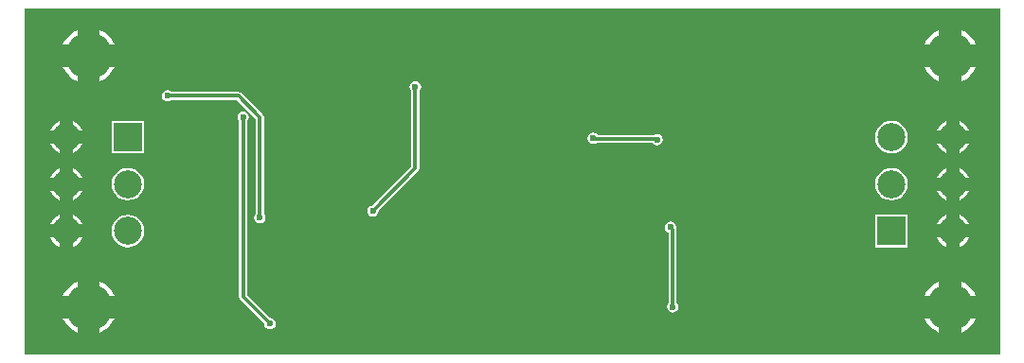
<source format=gbl>
G04*
G04 #@! TF.GenerationSoftware,Altium Limited,Altium Designer,19.1.6 (110)*
G04*
G04 Layer_Physical_Order=2*
G04 Layer_Color=16711680*
%FSLAX43Y43*%
%MOMM*%
G71*
G01*
G75*
%ADD58C,0.300*%
%ADD60C,2.500*%
%ADD61R,2.500X2.500*%
%ADD62C,4.200*%
%ADD63C,0.600*%
G36*
X137445Y50255D02*
X50255D01*
Y81245D01*
X137445Y81245D01*
Y50255D01*
D02*
G37*
%LPC*%
G36*
X134000Y79300D02*
Y78000D01*
X135300D01*
X135089Y78396D01*
X134776Y78776D01*
X134396Y79089D01*
X134000Y79300D01*
D02*
G37*
G36*
X132000D02*
X131604Y79089D01*
X131224Y78776D01*
X130911Y78396D01*
X130700Y78000D01*
X132000D01*
Y79300D01*
D02*
G37*
G36*
X57000D02*
Y78000D01*
X58300D01*
X58089Y78396D01*
X57776Y78776D01*
X57396Y79089D01*
X57000Y79300D01*
D02*
G37*
G36*
X55000D02*
X54604Y79089D01*
X54224Y78776D01*
X53911Y78396D01*
X53700Y78000D01*
X55000D01*
Y79300D01*
D02*
G37*
G36*
X135300Y76000D02*
X134000D01*
Y74700D01*
X134396Y74911D01*
X134776Y75224D01*
X135089Y75604D01*
X135300Y76000D01*
D02*
G37*
G36*
X132000D02*
X130700D01*
X130911Y75604D01*
X131224Y75224D01*
X131604Y74911D01*
X132000Y74700D01*
Y76000D01*
D02*
G37*
G36*
X58300D02*
X57000D01*
Y74700D01*
X57396Y74911D01*
X57776Y75224D01*
X58089Y75604D01*
X58300Y76000D01*
D02*
G37*
G36*
X55000D02*
X53700D01*
X53911Y75604D01*
X54224Y75224D01*
X54604Y74911D01*
X55000Y74700D01*
Y76000D01*
D02*
G37*
G36*
X54600Y71137D02*
Y70300D01*
X55437D01*
X55295Y70565D01*
X55101Y70801D01*
X54865Y70995D01*
X54600Y71137D01*
D02*
G37*
G36*
X53400Y71137D02*
X53135Y70995D01*
X52899Y70801D01*
X52705Y70565D01*
X52563Y70300D01*
X53400D01*
Y71137D01*
D02*
G37*
G36*
X133850Y71137D02*
Y70300D01*
X134687D01*
X134545Y70565D01*
X134351Y70801D01*
X134115Y70995D01*
X133850Y71137D01*
D02*
G37*
G36*
X132650Y71137D02*
X132385Y70995D01*
X132149Y70801D01*
X131955Y70565D01*
X131813Y70300D01*
X132650D01*
Y71137D01*
D02*
G37*
G36*
X101100Y70110D02*
X100905Y70071D01*
X100740Y69960D01*
X100629Y69795D01*
X100590Y69600D01*
X100629Y69405D01*
X100740Y69240D01*
X100905Y69129D01*
X101100Y69090D01*
X101295Y69129D01*
X101391Y69193D01*
X106404D01*
X106440Y69140D01*
X106605Y69029D01*
X106800Y68990D01*
X106995Y69029D01*
X107160Y69140D01*
X107271Y69305D01*
X107310Y69500D01*
X107271Y69695D01*
X107160Y69860D01*
X106995Y69971D01*
X106800Y70010D01*
X106605Y69971D01*
X106509Y69907D01*
X101496D01*
X101460Y69960D01*
X101295Y70071D01*
X101100Y70110D01*
D02*
G37*
G36*
X134687Y69100D02*
X133850D01*
Y68263D01*
X134115Y68405D01*
X134351Y68599D01*
X134545Y68835D01*
X134687Y69100D01*
D02*
G37*
G36*
X55437Y69100D02*
X54600D01*
Y68263D01*
X54865Y68405D01*
X55101Y68599D01*
X55295Y68835D01*
X55437Y69100D01*
D02*
G37*
G36*
X53400D02*
X52563D01*
X52705Y68835D01*
X52899Y68599D01*
X53135Y68405D01*
X53400Y68263D01*
Y69100D01*
D02*
G37*
G36*
X132650Y69100D02*
X131813D01*
X131955Y68835D01*
X132149Y68599D01*
X132385Y68405D01*
X132650Y68263D01*
Y69100D01*
D02*
G37*
G36*
X60950Y71150D02*
X58050D01*
Y68250D01*
X60950D01*
Y71150D01*
D02*
G37*
G36*
X127750Y71163D02*
X127371Y71113D01*
X127019Y70967D01*
X126716Y70734D01*
X126483Y70431D01*
X126337Y70079D01*
X126287Y69700D01*
X126337Y69321D01*
X126483Y68969D01*
X126716Y68666D01*
X127019Y68433D01*
X127371Y68287D01*
X127750Y68237D01*
X128129Y68287D01*
X128481Y68433D01*
X128784Y68666D01*
X129017Y68969D01*
X129163Y69321D01*
X129213Y69700D01*
X129163Y70079D01*
X129017Y70431D01*
X128784Y70734D01*
X128481Y70967D01*
X128129Y71113D01*
X127750Y71163D01*
D02*
G37*
G36*
X54600Y66937D02*
Y66100D01*
X55437D01*
X55295Y66365D01*
X55101Y66601D01*
X54865Y66795D01*
X54600Y66937D01*
D02*
G37*
G36*
X53400Y66937D02*
X53135Y66795D01*
X52899Y66601D01*
X52705Y66365D01*
X52563Y66100D01*
X53400D01*
Y66937D01*
D02*
G37*
G36*
X133850Y66937D02*
Y66100D01*
X134687D01*
X134545Y66365D01*
X134351Y66601D01*
X134115Y66795D01*
X133850Y66937D01*
D02*
G37*
G36*
X132650Y66937D02*
X132385Y66795D01*
X132149Y66601D01*
X131955Y66365D01*
X131813Y66100D01*
X132650D01*
Y66937D01*
D02*
G37*
G36*
X134687Y64900D02*
X133850D01*
Y64063D01*
X134115Y64205D01*
X134351Y64399D01*
X134545Y64635D01*
X134687Y64900D01*
D02*
G37*
G36*
X55437Y64900D02*
X54600D01*
Y64063D01*
X54865Y64205D01*
X55101Y64399D01*
X55295Y64635D01*
X55437Y64900D01*
D02*
G37*
G36*
X53400D02*
X52563D01*
X52705Y64635D01*
X52899Y64399D01*
X53135Y64205D01*
X53400Y64063D01*
Y64900D01*
D02*
G37*
G36*
X132650Y64900D02*
X131813D01*
X131955Y64635D01*
X132149Y64399D01*
X132385Y64205D01*
X132650Y64063D01*
Y64900D01*
D02*
G37*
G36*
X127750Y66963D02*
X127371Y66913D01*
X127019Y66767D01*
X126716Y66534D01*
X126483Y66231D01*
X126337Y65879D01*
X126287Y65500D01*
X126337Y65121D01*
X126483Y64769D01*
X126716Y64466D01*
X127019Y64233D01*
X127371Y64087D01*
X127750Y64037D01*
X128129Y64087D01*
X128481Y64233D01*
X128784Y64466D01*
X129017Y64769D01*
X129163Y65121D01*
X129213Y65500D01*
X129163Y65879D01*
X129017Y66231D01*
X128784Y66534D01*
X128481Y66767D01*
X128129Y66913D01*
X127750Y66963D01*
D02*
G37*
G36*
X59500D02*
X59121Y66913D01*
X58769Y66767D01*
X58466Y66534D01*
X58233Y66231D01*
X58087Y65879D01*
X58037Y65500D01*
X58087Y65121D01*
X58233Y64769D01*
X58466Y64466D01*
X58769Y64233D01*
X59121Y64087D01*
X59500Y64037D01*
X59879Y64087D01*
X60231Y64233D01*
X60534Y64466D01*
X60767Y64769D01*
X60913Y65121D01*
X60963Y65500D01*
X60913Y65879D01*
X60767Y66231D01*
X60534Y66534D01*
X60231Y66767D01*
X59879Y66913D01*
X59500Y66963D01*
D02*
G37*
G36*
X85200Y74710D02*
X85005Y74671D01*
X84840Y74560D01*
X84729Y74395D01*
X84690Y74200D01*
X84729Y74005D01*
X84840Y73840D01*
X84843Y73837D01*
Y67048D01*
X81404Y63609D01*
X81400Y63610D01*
X81205Y63571D01*
X81040Y63460D01*
X80929Y63295D01*
X80890Y63100D01*
X80929Y62905D01*
X81040Y62740D01*
X81205Y62629D01*
X81400Y62590D01*
X81595Y62629D01*
X81760Y62740D01*
X81871Y62905D01*
X81910Y63100D01*
X81909Y63104D01*
X85452Y66648D01*
X85530Y66763D01*
X85557Y66900D01*
Y73837D01*
X85560Y73840D01*
X85671Y74005D01*
X85710Y74200D01*
X85671Y74395D01*
X85560Y74560D01*
X85395Y74671D01*
X85200Y74710D01*
D02*
G37*
G36*
X63060Y73910D02*
X62865Y73871D01*
X62700Y73760D01*
X62589Y73595D01*
X62550Y73400D01*
X62589Y73205D01*
X62700Y73040D01*
X62865Y72929D01*
X63060Y72890D01*
X63255Y72929D01*
X63420Y73040D01*
X63423Y73043D01*
X69252D01*
X70943Y71352D01*
Y62863D01*
X70940Y62860D01*
X70829Y62695D01*
X70790Y62500D01*
X70829Y62305D01*
X70940Y62140D01*
X71105Y62029D01*
X71300Y61990D01*
X71495Y62029D01*
X71660Y62140D01*
X71771Y62305D01*
X71810Y62500D01*
X71771Y62695D01*
X71660Y62860D01*
X71657Y62863D01*
Y71500D01*
X71630Y71637D01*
X71552Y71752D01*
X69652Y73652D01*
X69537Y73730D01*
X69400Y73757D01*
X63423D01*
X63420Y73760D01*
X63255Y73871D01*
X63060Y73910D01*
D02*
G37*
G36*
X54600Y62737D02*
Y61900D01*
X55437D01*
X55295Y62165D01*
X55101Y62401D01*
X54865Y62595D01*
X54600Y62737D01*
D02*
G37*
G36*
X53400Y62737D02*
X53135Y62595D01*
X52899Y62401D01*
X52705Y62165D01*
X52563Y61900D01*
X53400D01*
Y62737D01*
D02*
G37*
G36*
X133850Y62737D02*
Y61900D01*
X134687D01*
X134545Y62165D01*
X134351Y62401D01*
X134115Y62595D01*
X133850Y62737D01*
D02*
G37*
G36*
X132650Y62737D02*
X132385Y62595D01*
X132149Y62401D01*
X131955Y62165D01*
X131813Y61900D01*
X132650D01*
Y62737D01*
D02*
G37*
G36*
X134687Y60700D02*
X133850D01*
Y59863D01*
X134115Y60005D01*
X134351Y60199D01*
X134545Y60435D01*
X134687Y60700D01*
D02*
G37*
G36*
X55437Y60700D02*
X54600D01*
Y59863D01*
X54865Y60005D01*
X55101Y60199D01*
X55295Y60435D01*
X55437Y60700D01*
D02*
G37*
G36*
X53400D02*
X52563D01*
X52705Y60435D01*
X52899Y60199D01*
X53135Y60005D01*
X53400Y59863D01*
Y60700D01*
D02*
G37*
G36*
X132650Y60700D02*
X131813D01*
X131955Y60435D01*
X132149Y60199D01*
X132385Y60005D01*
X132650Y59863D01*
Y60700D01*
D02*
G37*
G36*
X129200Y62750D02*
X126300D01*
Y59850D01*
X129200D01*
Y62750D01*
D02*
G37*
G36*
X59500Y62763D02*
X59121Y62713D01*
X58769Y62567D01*
X58466Y62334D01*
X58233Y62031D01*
X58087Y61679D01*
X58037Y61300D01*
X58087Y60921D01*
X58233Y60569D01*
X58466Y60266D01*
X58769Y60033D01*
X59121Y59887D01*
X59500Y59837D01*
X59879Y59887D01*
X60231Y60033D01*
X60534Y60266D01*
X60767Y60569D01*
X60913Y60921D01*
X60963Y61300D01*
X60913Y61679D01*
X60767Y62031D01*
X60534Y62334D01*
X60231Y62567D01*
X59879Y62713D01*
X59500Y62763D01*
D02*
G37*
G36*
X134000Y56800D02*
Y55500D01*
X135300D01*
X135089Y55896D01*
X134776Y56276D01*
X134396Y56589D01*
X134000Y56800D01*
D02*
G37*
G36*
X132000D02*
X131604Y56589D01*
X131224Y56276D01*
X130911Y55896D01*
X130700Y55500D01*
X132000D01*
Y56800D01*
D02*
G37*
G36*
X57000D02*
Y55500D01*
X58300D01*
X58089Y55896D01*
X57776Y56276D01*
X57396Y56589D01*
X57000Y56800D01*
D02*
G37*
G36*
X55000D02*
X54604Y56589D01*
X54224Y56276D01*
X53911Y55896D01*
X53700Y55500D01*
X55000D01*
Y56800D01*
D02*
G37*
G36*
X108000Y62160D02*
X107805Y62121D01*
X107640Y62010D01*
X107529Y61845D01*
X107490Y61650D01*
X107529Y61455D01*
X107640Y61290D01*
X107805Y61179D01*
X107843Y61171D01*
Y54863D01*
X107840Y54860D01*
X107729Y54695D01*
X107690Y54500D01*
X107729Y54305D01*
X107840Y54140D01*
X108005Y54029D01*
X108200Y53990D01*
X108395Y54029D01*
X108560Y54140D01*
X108671Y54305D01*
X108710Y54500D01*
X108671Y54695D01*
X108560Y54860D01*
X108557Y54863D01*
Y61450D01*
X108530Y61587D01*
X108505Y61624D01*
X108510Y61650D01*
X108471Y61845D01*
X108360Y62010D01*
X108195Y62121D01*
X108000Y62160D01*
D02*
G37*
G36*
X69800Y72010D02*
X69605Y71971D01*
X69440Y71860D01*
X69329Y71695D01*
X69290Y71500D01*
X69329Y71305D01*
X69440Y71140D01*
X69443Y71137D01*
Y55400D01*
X69470Y55263D01*
X69548Y55148D01*
X71691Y53004D01*
X71690Y53000D01*
X71729Y52805D01*
X71840Y52640D01*
X72005Y52529D01*
X72200Y52490D01*
X72395Y52529D01*
X72560Y52640D01*
X72671Y52805D01*
X72710Y53000D01*
X72671Y53195D01*
X72560Y53360D01*
X72395Y53471D01*
X72200Y53510D01*
X72196Y53509D01*
X70157Y55548D01*
Y71137D01*
X70160Y71140D01*
X70271Y71305D01*
X70310Y71500D01*
X70271Y71695D01*
X70160Y71860D01*
X69995Y71971D01*
X69800Y72010D01*
D02*
G37*
G36*
X135300Y53500D02*
X134000D01*
Y52200D01*
X134396Y52411D01*
X134776Y52724D01*
X135089Y53104D01*
X135300Y53500D01*
D02*
G37*
G36*
X132000D02*
X130700D01*
X130911Y53104D01*
X131224Y52724D01*
X131604Y52411D01*
X132000Y52200D01*
Y53500D01*
D02*
G37*
G36*
X58300D02*
X57000D01*
Y52200D01*
X57396Y52411D01*
X57776Y52724D01*
X58089Y53104D01*
X58300Y53500D01*
D02*
G37*
G36*
X55000D02*
X53700D01*
X53911Y53104D01*
X54224Y52724D01*
X54604Y52411D01*
X55000Y52200D01*
Y53500D01*
D02*
G37*
%LPD*%
D58*
X108200Y54500D02*
Y61450D01*
X108000Y61650D02*
X108200Y61450D01*
X106750Y69550D02*
X106800Y69500D01*
X101150Y69550D02*
X106750D01*
X101100Y69600D02*
X101150Y69550D01*
X63060Y73400D02*
X69400D01*
X71300Y71500D01*
X69800Y55400D02*
Y71500D01*
X71300Y62500D02*
Y71500D01*
X69800Y55400D02*
X72200Y53000D01*
X85200Y66900D02*
Y74200D01*
X81400Y63100D02*
X85200Y66900D01*
D60*
X54000Y65500D02*
D03*
Y61300D02*
D03*
X59500D02*
D03*
X54000Y69700D02*
D03*
X59500Y65500D02*
D03*
X133250D02*
D03*
Y69700D02*
D03*
X127750D02*
D03*
X133250Y61300D02*
D03*
X127750Y65500D02*
D03*
D61*
X59500Y69700D02*
D03*
X127750Y61300D02*
D03*
D62*
X133000Y77000D02*
D03*
Y54500D02*
D03*
X56000D02*
D03*
Y77000D02*
D03*
D63*
X75500Y65400D02*
D03*
X75600Y67000D02*
D03*
X76600D02*
D03*
X77500D02*
D03*
X76100Y66200D02*
D03*
X77100D02*
D03*
X76500Y65400D02*
D03*
X77500D02*
D03*
X108200Y54500D02*
D03*
X106800Y69500D02*
D03*
X101100Y69600D02*
D03*
X132500Y74000D02*
D03*
X136500Y77000D02*
D03*
Y80000D02*
D03*
Y51000D02*
D03*
X126600Y77000D02*
D03*
X131700Y80000D02*
D03*
X132500Y51000D02*
D03*
X127800D02*
D03*
X51900Y77200D02*
D03*
X70300Y75900D02*
D03*
X67900Y77800D02*
D03*
X64200D02*
D03*
X71300Y62500D02*
D03*
X63060Y73400D02*
D03*
X69800Y71500D02*
D03*
X80800Y78400D02*
D03*
X78800Y71900D02*
D03*
X79800Y71400D02*
D03*
X77800D02*
D03*
X79800Y72400D02*
D03*
X77800D02*
D03*
X106800Y72900D02*
D03*
X102300D02*
D03*
X104500D02*
D03*
X99300Y75400D02*
D03*
X128500Y57000D02*
D03*
X124500Y54000D02*
D03*
X125500Y57000D02*
D03*
X136500Y54500D02*
D03*
X128500Y54000D02*
D03*
X123000Y59500D02*
D03*
X121800Y56900D02*
D03*
X115300Y54900D02*
D03*
X112300Y56900D02*
D03*
X116200D02*
D03*
X114100Y53400D02*
D03*
X110000Y52800D02*
D03*
X103300Y54900D02*
D03*
X79300D02*
D03*
X99300D02*
D03*
X95300D02*
D03*
X87300D02*
D03*
X89800Y57400D02*
D03*
X87800D02*
D03*
X88800Y58400D02*
D03*
X89800Y59400D02*
D03*
X87800D02*
D03*
X88800Y60400D02*
D03*
X96300Y57400D02*
D03*
X94300D02*
D03*
X95300Y58400D02*
D03*
X96300Y59400D02*
D03*
X94300D02*
D03*
X95300Y60400D02*
D03*
X96300Y61400D02*
D03*
X94300D02*
D03*
X92300D02*
D03*
X89800D02*
D03*
X87800D02*
D03*
X103000Y64600D02*
D03*
X103700Y65200D02*
D03*
Y63700D02*
D03*
X103000Y63000D02*
D03*
X102300Y63700D02*
D03*
Y65200D02*
D03*
X98800Y77900D02*
D03*
X108800Y75900D02*
D03*
X123800D02*
D03*
X119800D02*
D03*
X115800D02*
D03*
X111800D02*
D03*
X106800Y77900D02*
D03*
X110800D02*
D03*
X114800D02*
D03*
X118800D02*
D03*
X122800D02*
D03*
X120800Y73900D02*
D03*
X124800D02*
D03*
X128800D02*
D03*
X129800Y76900D02*
D03*
X127800Y79900D02*
D03*
X123800D02*
D03*
X119800D02*
D03*
X115800D02*
D03*
X111800D02*
D03*
X107800D02*
D03*
X103800D02*
D03*
X99800D02*
D03*
X95800D02*
D03*
X90800D02*
D03*
X85800D02*
D03*
X80300Y75400D02*
D03*
X77800D02*
D03*
X78800Y76400D02*
D03*
X76800D02*
D03*
X79800Y77400D02*
D03*
X77800D02*
D03*
X78800Y78400D02*
D03*
X76800D02*
D03*
X60500Y77900D02*
D03*
X59700Y75000D02*
D03*
X66800Y79900D02*
D03*
X62800D02*
D03*
X58800D02*
D03*
X52700D02*
D03*
X52000Y55300D02*
D03*
X67400Y58700D02*
D03*
X63500D02*
D03*
X59500Y55500D02*
D03*
X53000Y51000D02*
D03*
X57000D02*
D03*
X61000D02*
D03*
X65000D02*
D03*
X69000D02*
D03*
X73000D02*
D03*
X77000D02*
D03*
X81000D02*
D03*
X85000D02*
D03*
X89000D02*
D03*
X93000D02*
D03*
X109000D02*
D03*
X123000D02*
D03*
X118000D02*
D03*
X113000D02*
D03*
X120800Y52900D02*
D03*
X117100Y52800D02*
D03*
X111800Y52900D02*
D03*
X107800D02*
D03*
X103800D02*
D03*
X99800D02*
D03*
X95800D02*
D03*
X91800D02*
D03*
X87800D02*
D03*
X83800D02*
D03*
X79800D02*
D03*
X75800D02*
D03*
X72200Y53000D02*
D03*
X81400Y63100D02*
D03*
X85200Y74200D02*
D03*
X108000Y61650D02*
D03*
M02*

</source>
